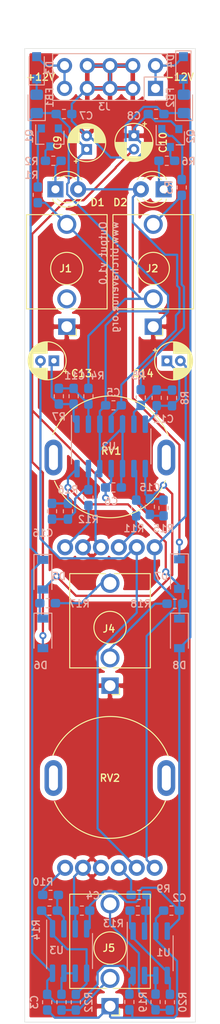
<source format=kicad_pcb>
(kicad_pcb (version 20171130) (host pcbnew 5.1.10-88a1d61d58~90~ubuntu20.04.1)
  (layers (0 F.Cu signal) (31 B.Cu signal) (34 B.Paste user) (35 F.Paste user) (36 B.SilkS user) (37 F.SilkS user) (38 B.Mask user) (39 F.Mask user) (44 Edge.Cuts user))
  (net 0 "")
  (net 1 GND)
  (net 2 +12V)
  (net 3 -12V)
  (net 4 "Net-(C11-Pad2)")
  (net 5 "Net-(C11-Pad1)")
  (net 6 "Net-(C12-Pad2)")
  (net 7 "Net-(C12-Pad1)")
  (net 8 "Net-(C13-Pad2)")
  (net 9 "Net-(C14-Pad2)")
  (net 10 "Net-(C15-Pad2)")
  (net 11 "Net-(C15-Pad1)")
  (net 12 "Net-(C16-Pad2)")
  (net 13 "Net-(C16-Pad1)")
  (net 14 "Net-(D1-Pad1)")
  (net 15 "Net-(D2-Pad1)")
  (net 16 "Net-(D3-Pad2)")
  (net 17 "Net-(D3-Pad1)")
  (net 18 "Net-(D4-Pad2)")
  (net 19 "Net-(D4-Pad1)")
  (net 20 INL)
  (net 21 "Net-(J1-PadTN)")
  (net 22 INR)
  (net 23 "Net-(J4-PadT)")
  (net 24 "Net-(J4-PadR)")
  (net 25 "Net-(J5-PadT)")
  (net 26 "Net-(J5-PadR)")
  (net 27 "Net-(Q1-Pad3)")
  (net 28 "Net-(Q1-Pad1)")
  (net 29 "Net-(Q2-Pad3)")
  (net 30 "Net-(Q2-Pad1)")
  (net 31 "Net-(R9-Pad2)")
  (net 32 "Net-(R13-Pad2)")
  (net 33 "Net-(R10-Pad2)")
  (net 34 "Net-(R10-Pad1)")
  (net 35 "Net-(R11-Pad2)")
  (net 36 "Net-(R12-Pad2)")
  (net 37 "Net-(R13-Pad1)")
  (net 38 "Net-(R14-Pad1)")
  (net 39 "Net-(R19-Pad2)")
  (net 40 "Net-(R21-Pad2)")
  (module kicad_lib:Potentiometer_Song_Huei_R1214G_Dual_Vertical (layer F.Cu) (at 194.5005 93.0275 90)
    (fp_text reference RV1 (at 10.7315 5.1435) (layer F.SilkS) (effects (font (size 0.8 0.8))))
    (fp_text value 100k)
    (pad 2 thru_hole circle (at 0 0 270) (size 1.8 1.8) (drill 1) (layers *.Cu *.Mask) (net 36 "Net-(R12-Pad2)"))
    (pad 1 thru_hole circle (at 0 2 180) (size 1.8 1.8) (drill 1) (layers *.Cu *.Mask) (net 1 GND))
    (pad 4 thru_hole circle (at 0 4 180) (size 1.8 1.8) (drill 1) (layers *.Cu *.Mask) (net 1 GND))
    (pad "" thru_hole oval (at 10 11.3 180) (size 2 4) (drill oval 1 2.8) (layers *.Cu *.Mask))
    (pad "" thru_hole oval (at 10 -1.3 180) (size 2 4) (drill oval 1 2.8) (layers *.Cu *.Mask))
    (pad 5 thru_hole circle (at 0 6 180) (size 1.8 1.8) (drill 1) (layers *.Cu *.Mask) (net 35 "Net-(R11-Pad2)"))
    (pad 6 thru_hole circle (at 0 8 180) (size 1.8 1.8) (drill 1) (layers *.Cu *.Mask) (net 8 "Net-(C13-Pad2)"))
    (pad 3 thru_hole circle (at 0 10 180) (size 1.8 1.8) (drill 1) (layers *.Cu *.Mask) (net 9 "Net-(C14-Pad2)"))
  )
  (module kicad_lib:Potentiometer_Song_Huei_R1214G_Dual_Vertical (layer F.Cu) (at 194.5005 128.7305 90)
    (fp_text reference RV2 (at 10 5) (layer F.SilkS) (effects (font (size 0.8 0.8))))
    (fp_text value 100k)
    (pad 2 thru_hole circle (at 0 0 270) (size 1.8 1.8) (drill 1) (layers *.Cu *.Mask) (net 33 "Net-(R10-Pad2)"))
    (pad 1 thru_hole circle (at 0 2 180) (size 1.8 1.8) (drill 1) (layers *.Cu *.Mask) (net 1 GND))
    (pad 4 thru_hole circle (at 0 4 180) (size 1.8 1.8) (drill 1) (layers *.Cu *.Mask) (net 1 GND))
    (pad "" thru_hole oval (at 10 11.3 180) (size 2 4) (drill oval 1 2.8) (layers *.Cu *.Mask))
    (pad "" thru_hole oval (at 10 -1.3 180) (size 2 4) (drill oval 1 2.8) (layers *.Cu *.Mask))
    (pad 5 thru_hole circle (at 0 6 180) (size 1.8 1.8) (drill 1) (layers *.Cu *.Mask) (net 31 "Net-(R9-Pad2)"))
    (pad 6 thru_hole circle (at 0 8 180) (size 1.8 1.8) (drill 1) (layers *.Cu *.Mask) (net 8 "Net-(C13-Pad2)"))
    (pad 3 thru_hole circle (at 0 10 180) (size 1.8 1.8) (drill 1) (layers *.Cu *.Mask) (net 9 "Net-(C14-Pad2)"))
  )
  (module kicad_lib:Jack_3.5mm_QingPu_WQP-WQP419GR_Vertical_CircularHoles (layer F.Cu) (at 199.517 144.145 180)
    (fp_text reference J5 (at 0.127 6.477 180) (layer F.SilkS) (effects (font (size 0.8 0.8))))
    (fp_text value AudioJack3)
    (pad R thru_hole circle (at 0 3.1) (size 2.13 2.13) (drill 1.42) (layers *.Cu *.Mask) (net 26 "Net-(J5-PadR)"))
    (pad S thru_hole rect (at 0 0) (size 1.93 1.83) (drill 1.22) (layers *.Cu *.Mask) (net 1 GND))
    (pad T thru_hole circle (at 0 11.4) (size 2.13 2.13) (drill 1.43) (layers *.Cu *.Mask) (net 25 "Net-(J5-PadT)"))
  )
  (module kicad_lib:Jack_3.5mm_QingPu_WQP-WQP419GR_Vertical_CircularHoles (layer F.Cu) (at 199.517 108.442 180)
    (fp_text reference J4 (at 0.127 6.334 180) (layer F.SilkS) (effects (font (size 0.8 0.8))))
    (fp_text value AudioJack3)
    (pad R thru_hole circle (at 0 3.1) (size 2.13 2.13) (drill 1.42) (layers *.Cu *.Mask) (net 24 "Net-(J4-PadR)"))
    (pad S thru_hole rect (at 0 0) (size 1.93 1.83) (drill 1.22) (layers *.Cu *.Mask) (net 1 GND))
    (pad T thru_hole circle (at 0 11.4) (size 2.13 2.13) (drill 1.43) (layers *.Cu *.Mask) (net 23 "Net-(J4-PadT)"))
  )
  (module kicad_lib:Jack_3.5mm_QingPu_WQP-PJ398SM_Vertical_CircularHoles (layer F.Cu) (at 204.343 68.453 180)
    (fp_text reference J2 (at 0.127 6.477 180) (layer F.SilkS) (effects (font (size 0.8 0.8))))
    (fp_text value AudioJack2_SwitchT)
    (pad TN thru_hole circle (at 0 3.1) (size 2.13 2.13) (drill 1.42) (layers *.Cu *.Mask) (net 20 INL))
    (pad S thru_hole rect (at 0 0) (size 1.93 1.83) (drill 1.22) (layers *.Cu *.Mask) (net 1 GND))
    (pad T thru_hole circle (at 0 11.4) (size 2.13 2.13) (drill 1.43) (layers *.Cu *.Mask) (net 22 INR))
  )
  (module kicad_lib:Jack_3.5mm_QingPu_WQP-PJ398SM_Vertical_CircularHoles (layer F.Cu) (at 194.691 68.453 180)
    (fp_text reference J1 (at 0.127 6.477 180) (layer F.SilkS) (effects (font (size 0.8 0.8))))
    (fp_text value AudioJack2_SwitchT)
    (pad TN thru_hole circle (at 0 3.1) (size 2.13 2.13) (drill 1.42) (layers *.Cu *.Mask) (net 21 "Net-(J1-PadTN)"))
    (pad S thru_hole rect (at 0 0) (size 1.93 1.83) (drill 1.22) (layers *.Cu *.Mask) (net 1 GND))
    (pad T thru_hole circle (at 0 11.4) (size 2.13 2.13) (drill 1.43) (layers *.Cu *.Mask) (net 20 INL))
  )
  (module Diode_SMD:D_SOD-323_HandSoldering (layer B.Cu) (at 207.7085 39.624 270)
    (fp_text reference D4 (at -0.762 1.4605 90) (layer B.SilkS) (effects (font (size 0.8 0.8)) (justify mirror)))
    (fp_text value SS12)
    (pad 2 smd rect (at 1.25 0 270) (size 1 1) (layers B.Cu B.Paste B.Mask) (net 18 "Net-(D4-Pad2)"))
    (pad 1 smd rect (at -1.25 0 270) (size 1 1) (layers B.Cu B.Paste B.Mask) (net 19 "Net-(D4-Pad1)"))
  )
  (module Diode_SMD:D_SOD-323_HandSoldering (layer B.Cu) (at 191.3255 39.624 90)
    (fp_text reference D3 (at 0 1.4605 90) (layer B.SilkS) (effects (font (size 0.8 0.8)) (justify mirror)))
    (fp_text value SS12)
    (pad 2 smd rect (at 1.25 0 90) (size 1 1) (layers B.Cu B.Paste B.Mask) (net 16 "Net-(D3-Pad2)"))
    (pad 1 smd rect (at -1.25 0 90) (size 1 1) (layers B.Cu B.Paste B.Mask) (net 17 "Net-(D3-Pad1)"))
  )
  (module Diode_SMD:D_0805_2012Metric_Pad1.15x1.40mm_HandSolder (layer B.Cu) (at 207.772 43.6335 90)
    (fp_text reference FB2 (at 0.7075 -1.524 270) (layer B.SilkS) (effects (font (size 0.8 0.8)) (justify mirror)))
    (fp_text value Ferrite_Bead)
    (pad 2 smd roundrect (at 1.025 0 90) (size 1.15 1.4) (layers B.Cu B.Paste B.Mask) (roundrect_rratio 0.2173904347826087) (net 18 "Net-(D4-Pad2)"))
    (pad 1 smd roundrect (at -1.025 0 90) (size 1.15 1.4) (layers B.Cu B.Paste B.Mask) (roundrect_rratio 0.2173904347826087) (net 3 -12V))
  )
  (module Diode_SMD:D_0805_2012Metric_Pad1.15x1.40mm_HandSolder (layer B.Cu) (at 191.3255 43.6335 90)
    (fp_text reference FB1 (at 0.7075 1.4605 90) (layer B.SilkS) (effects (font (size 0.8 0.8)) (justify mirror)))
    (fp_text value Ferrite_Bead)
    (pad 2 smd roundrect (at 1.025 0 90) (size 1.15 1.4) (layers B.Cu B.Paste B.Mask) (roundrect_rratio 0.2173904347826087) (net 17 "Net-(D3-Pad1)"))
    (pad 1 smd roundrect (at -1.025 0 90) (size 1.15 1.4) (layers B.Cu B.Paste B.Mask) (roundrect_rratio 0.2173904347826087) (net 2 +12V))
  )
  (module Package_SO:SOIC-8_3.9x4.9mm_P1.27mm (layer B.Cu) (at 195 138 270)
    (fp_text reference U3 (at -0.078 1.452 180) (layer B.SilkS) (effects (font (size 0.8 0.8)) (justify mirror)))
    (fp_text value NE5532)
    (pad 8 smd roundrect (at 2.475 1.905 270) (size 1.95 0.6) (layers B.Cu B.Paste B.Mask) (net 2 +12V))
    (pad 7 smd roundrect (at 2.475 0.635 270) (size 1.95 0.6) (layers B.Cu B.Paste B.Mask) (net 40 "Net-(R21-Pad2)"))
    (pad 6 smd roundrect (at 2.475 -0.635 270) (size 1.95 0.6) (layers B.Cu B.Paste B.Mask) (net 40 "Net-(R21-Pad2)"))
    (pad 5 smd roundrect (at 2.475 -1.905 270) (size 1.95 0.6) (layers B.Cu B.Paste B.Mask) (net 38 "Net-(R14-Pad1)"))
    (pad 4 smd roundrect (at -2.475 -1.905 270) (size 1.95 0.6) (layers B.Cu B.Paste B.Mask) (net 3 -12V))
    (pad 3 smd roundrect (at -2.475 -0.635 270) (size 1.95 0.6) (layers B.Cu B.Paste B.Mask) (net 1 GND))
    (pad 2 smd roundrect (at -2.475 0.635 270) (size 1.95 0.6) (layers B.Cu B.Paste B.Mask) (net 34 "Net-(R10-Pad1)"))
    (pad 1 smd roundrect (at -2.475 1.905 270) (size 1.95 0.6) (layers B.Cu B.Paste B.Mask) (net 38 "Net-(R14-Pad1)"))
  )
  (module Package_SO:SOIC-14_3.9x8.7mm_P1.27mm (layer B.Cu) (at 199.644 81.788 270)
    (fp_text reference U2 (at 0 0.254) (layer B.SilkS) (effects (font (size 0.8 0.8)) (justify mirror)))
    (fp_text value TL074)
    (pad 14 smd roundrect (at 2.475 3.81 270) (size 1.95 0.6) (layers B.Cu B.Paste B.Mask) (net 13 "Net-(C16-Pad1)"))
    (pad 13 smd roundrect (at 2.475 2.54 270) (size 1.95 0.6) (layers B.Cu B.Paste B.Mask) (net 12 "Net-(C16-Pad2)"))
    (pad 12 smd roundrect (at 2.475 1.27 270) (size 1.95 0.6) (layers B.Cu B.Paste B.Mask) (net 1 GND))
    (pad 11 smd roundrect (at 2.475 0 270) (size 1.95 0.6) (layers B.Cu B.Paste B.Mask) (net 3 -12V))
    (pad 10 smd roundrect (at 2.475 -1.27 270) (size 1.95 0.6) (layers B.Cu B.Paste B.Mask) (net 1 GND))
    (pad 9 smd roundrect (at 2.475 -2.54 270) (size 1.95 0.6) (layers B.Cu B.Paste B.Mask) (net 10 "Net-(C15-Pad2)"))
    (pad 8 smd roundrect (at 2.475 -3.81 270) (size 1.95 0.6) (layers B.Cu B.Paste B.Mask) (net 11 "Net-(C15-Pad1)"))
    (pad 7 smd roundrect (at -2.475 -3.81 270) (size 1.95 0.6) (layers B.Cu B.Paste B.Mask) (net 7 "Net-(C12-Pad1)"))
    (pad 6 smd roundrect (at -2.475 -2.54 270) (size 1.95 0.6) (layers B.Cu B.Paste B.Mask) (net 6 "Net-(C12-Pad2)"))
    (pad 5 smd roundrect (at -2.475 -1.27 270) (size 1.95 0.6) (layers B.Cu B.Paste B.Mask) (net 1 GND))
    (pad 4 smd roundrect (at -2.475 0 270) (size 1.95 0.6) (layers B.Cu B.Paste B.Mask) (net 2 +12V))
    (pad 3 smd roundrect (at -2.475 1.27 270) (size 1.95 0.6) (layers B.Cu B.Paste B.Mask) (net 1 GND))
    (pad 2 smd roundrect (at -2.475 2.54 270) (size 1.95 0.6) (layers B.Cu B.Paste B.Mask) (net 4 "Net-(C11-Pad2)"))
    (pad 1 smd roundrect (at -2.475 3.81 270) (size 1.95 0.6) (layers B.Cu B.Paste B.Mask) (net 5 "Net-(C11-Pad1)"))
  )
  (module Package_SO:SOIC-8_3.9x4.9mm_P1.27mm (layer B.Cu) (at 204 138.25 270)
    (fp_text reference U1 (at -0.074 -1.486 180) (layer B.SilkS) (effects (font (size 0.8 0.8)) (justify mirror)))
    (fp_text value NE5532)
    (pad 8 smd roundrect (at 2.475 1.905 270) (size 1.95 0.6) (layers B.Cu B.Paste B.Mask) (net 2 +12V))
    (pad 7 smd roundrect (at 2.475 0.635 270) (size 1.95 0.6) (layers B.Cu B.Paste B.Mask) (net 39 "Net-(R19-Pad2)"))
    (pad 6 smd roundrect (at 2.475 -0.635 270) (size 1.95 0.6) (layers B.Cu B.Paste B.Mask) (net 39 "Net-(R19-Pad2)"))
    (pad 5 smd roundrect (at 2.475 -1.905 270) (size 1.95 0.6) (layers B.Cu B.Paste B.Mask) (net 37 "Net-(R13-Pad1)"))
    (pad 4 smd roundrect (at -2.475 -1.905 270) (size 1.95 0.6) (layers B.Cu B.Paste B.Mask) (net 3 -12V))
    (pad 3 smd roundrect (at -2.475 -0.635 270) (size 1.95 0.6) (layers B.Cu B.Paste B.Mask) (net 1 GND))
    (pad 2 smd roundrect (at -2.475 0.635 270) (size 1.95 0.6) (layers B.Cu B.Paste B.Mask) (net 32 "Net-(R13-Pad2)"))
    (pad 1 smd roundrect (at -2.475 1.905 270) (size 1.95 0.6) (layers B.Cu B.Paste B.Mask) (net 37 "Net-(R13-Pad1)"))
  )
  (module Resistor_SMD:R_0603_1608Metric_Pad1.05x0.95mm_HandSolder (layer B.Cu) (at 195.7 143.7 90)
    (fp_text reference R22 (at 0 1.43 90) (layer B.SilkS) (effects (font (size 0.8 0.8)) (justify mirror)))
    (fp_text value 75)
    (pad 2 smd roundrect (at 0.875 0 90) (size 1.05 0.95) (layers B.Cu B.Paste B.Mask) (net 38 "Net-(R14-Pad1)"))
    (pad 1 smd roundrect (at -0.875 0 90) (size 1.05 0.95) (layers B.Cu B.Paste B.Mask) (net 26 "Net-(J5-PadR)"))
  )
  (module Resistor_SMD:R_0603_1608Metric_Pad1.05x0.95mm_HandSolder (layer B.Cu) (at 194.1 143.7 90)
    (fp_text reference R21 hide)
    (fp_text value 75)
    (pad 2 smd roundrect (at 0.875 0 90) (size 1.05 0.95) (layers B.Cu B.Paste B.Mask) (net 40 "Net-(R21-Pad2)"))
    (pad 1 smd roundrect (at -0.875 0 90) (size 1.05 0.95) (layers B.Cu B.Paste B.Mask) (net 26 "Net-(J5-PadR)"))
  )
  (module Resistor_SMD:R_0603_1608Metric_Pad1.05x0.95mm_HandSolder (layer B.Cu) (at 206.2 143.7 90)
    (fp_text reference R20 (at 0 1.43 90) (layer B.SilkS) (effects (font (size 0.8 0.8)) (justify mirror)))
    (fp_text value 75)
    (pad 2 smd roundrect (at 0.875 0 90) (size 1.05 0.95) (layers B.Cu B.Paste B.Mask) (net 37 "Net-(R13-Pad1)"))
    (pad 1 smd roundrect (at -0.875 0 90) (size 1.05 0.95) (layers B.Cu B.Paste B.Mask) (net 25 "Net-(J5-PadT)"))
  )
  (module Resistor_SMD:R_0603_1608Metric_Pad1.05x0.95mm_HandSolder (layer B.Cu) (at 204.6 143.675 90)
    (fp_text reference R19 (at 0 -1.4 90) (layer B.SilkS) (effects (font (size 0.8 0.8)) (justify mirror)))
    (fp_text value 75)
    (pad 2 smd roundrect (at 0.875 0 90) (size 1.05 0.95) (layers B.Cu B.Paste B.Mask) (net 39 "Net-(R19-Pad2)"))
    (pad 1 smd roundrect (at -0.875 0 90) (size 1.05 0.95) (layers B.Cu B.Paste B.Mask) (net 25 "Net-(J5-PadT)"))
  )
  (module Resistor_SMD:R_0603_1608Metric_Pad1.05x0.95mm_HandSolder (layer B.Cu) (at 206.756 99.314)
    (fp_text reference R18 (at -3.81 0) (layer B.SilkS) (effects (font (size 0.8 0.8)) (justify mirror)))
    (fp_text value 1k)
    (pad 2 smd roundrect (at 0.875 0) (size 1.05 0.95) (layers B.Cu B.Paste B.Mask) (net 13 "Net-(C16-Pad1)"))
    (pad 1 smd roundrect (at -0.875 0) (size 1.05 0.95) (layers B.Cu B.Paste B.Mask) (net 24 "Net-(J4-PadR)"))
  )
  (module Resistor_SMD:R_0603_1608Metric_Pad1.05x0.95mm_HandSolder (layer B.Cu) (at 192.546 99.2505 180)
    (fp_text reference R17 (at -3.542 -0.0635) (layer B.SilkS) (effects (font (size 0.8 0.8)) (justify mirror)))
    (fp_text value 1k)
    (pad 2 smd roundrect (at 0.875 0 180) (size 1.05 0.95) (layers B.Cu B.Paste B.Mask) (net 11 "Net-(C15-Pad1)"))
    (pad 1 smd roundrect (at -0.875 0 180) (size 1.05 0.95) (layers B.Cu B.Paste B.Mask) (net 23 "Net-(J4-PadT)"))
  )
  (module Resistor_SMD:R_0603_1608Metric_Pad1.05x0.95mm_HandSolder (layer B.Cu) (at 194.818 89.013 270)
    (fp_text reference R16 (at -2.399 0 180) (layer B.SilkS) (effects (font (size 0.8 0.8)) (justify mirror)))
    (fp_text value 10k)
    (pad 2 smd roundrect (at 0.875 0 270) (size 1.05 0.95) (layers B.Cu B.Paste B.Mask) (net 12 "Net-(C16-Pad2)"))
    (pad 1 smd roundrect (at -0.875 0 270) (size 1.05 0.95) (layers B.Cu B.Paste B.Mask) (net 13 "Net-(C16-Pad1)"))
  )
  (module Resistor_SMD:R_0603_1608Metric_Pad1.05x0.95mm_HandSolder (layer B.Cu) (at 205.486 88.646 270)
    (fp_text reference R15 (at 2.286 0 180) (layer B.SilkS) (effects (font (size 0.8 0.8)) (justify mirror)))
    (fp_text value 10k)
    (pad 2 smd roundrect (at 0.875 0 270) (size 1.05 0.95) (layers B.Cu B.Paste B.Mask) (net 10 "Net-(C15-Pad2)"))
    (pad 1 smd roundrect (at -0.875 0 270) (size 1.05 0.95) (layers B.Cu B.Paste B.Mask) (net 11 "Net-(C15-Pad1)"))
  )
  (module Resistor_SMD:R_0603_1608Metric_Pad1.05x0.95mm_HandSolder (layer B.Cu) (at 192.75 133.5)
    (fp_text reference R14 (at -1.488 2.136 90) (layer B.SilkS) (effects (font (size 0.8 0.8)) (justify mirror)))
    (fp_text value 10k)
    (pad 2 smd roundrect (at 0.875 0) (size 1.05 0.95) (layers B.Cu B.Paste B.Mask) (net 34 "Net-(R10-Pad1)"))
    (pad 1 smd roundrect (at -0.875 0) (size 1.05 0.95) (layers B.Cu B.Paste B.Mask) (net 38 "Net-(R14-Pad1)"))
  )
  (module Resistor_SMD:R_0603_1608Metric_Pad1.05x0.95mm_HandSolder (layer B.Cu) (at 202.625 133.5)
    (fp_text reference R13 (at -2.727 1.43) (layer B.SilkS) (effects (font (size 0.8 0.8)) (justify mirror)))
    (fp_text value 10k)
    (pad 2 smd roundrect (at 0.875 0) (size 1.05 0.95) (layers B.Cu B.Paste B.Mask) (net 32 "Net-(R13-Pad2)"))
    (pad 1 smd roundrect (at -0.875 0) (size 1.05 0.95) (layers B.Cu B.Paste B.Mask) (net 37 "Net-(R13-Pad1)"))
  )
  (module Resistor_SMD:R_0603_1608Metric_Pad1.05x0.95mm_HandSolder (layer B.Cu) (at 197.104 87.489 270)
    (fp_text reference R12 (at 2.427 0 180) (layer B.SilkS) (effects (font (size 0.8 0.8)) (justify mirror)))
    (fp_text value 10k)
    (pad 2 smd roundrect (at 0.875 0 270) (size 1.05 0.95) (layers B.Cu B.Paste B.Mask) (net 36 "Net-(R12-Pad2)"))
    (pad 1 smd roundrect (at -0.875 0 270) (size 1.05 0.95) (layers B.Cu B.Paste B.Mask) (net 12 "Net-(C16-Pad2)"))
  )
  (module Resistor_SMD:R_0603_1608Metric_Pad1.05x0.95mm_HandSolder (layer B.Cu) (at 202.438 88.646 270)
    (fp_text reference R11 (at 2.286 0.254 180) (layer B.SilkS) (effects (font (size 0.8 0.8)) (justify mirror)))
    (fp_text value 10k)
    (pad 2 smd roundrect (at 0.875 0 270) (size 1.05 0.95) (layers B.Cu B.Paste B.Mask) (net 35 "Net-(R11-Pad2)"))
    (pad 1 smd roundrect (at -0.875 0 270) (size 1.05 0.95) (layers B.Cu B.Paste B.Mask) (net 10 "Net-(C15-Pad2)"))
  )
  (module Resistor_SMD:R_0603_1608Metric_Pad1.05x0.95mm_HandSolder (layer B.Cu) (at 192.875 131.75 180)
    (fp_text reference R10 (at 0.851 1.448) (layer B.SilkS) (effects (font (size 0.8 0.8)) (justify mirror)))
    (fp_text value 10k)
    (pad 2 smd roundrect (at 0.875 0 180) (size 1.05 0.95) (layers B.Cu B.Paste B.Mask) (net 33 "Net-(R10-Pad2)"))
    (pad 1 smd roundrect (at -0.875 0 180) (size 1.05 0.95) (layers B.Cu B.Paste B.Mask) (net 34 "Net-(R10-Pad1)"))
  )
  (module Resistor_SMD:R_0603_1608Metric_Pad1.05x0.95mm_HandSolder (layer B.Cu) (at 202.75 131.75 180)
    (fp_text reference R9 (at -2.736 0.686) (layer B.SilkS) (effects (font (size 0.8 0.8)) (justify mirror)))
    (fp_text value 10k)
    (pad 2 smd roundrect (at 0.875 0 180) (size 1.05 0.95) (layers B.Cu B.Paste B.Mask) (net 31 "Net-(R9-Pad2)"))
    (pad 1 smd roundrect (at -0.875 0 180) (size 1.05 0.95) (layers B.Cu B.Paste B.Mask) (net 32 "Net-(R13-Pad2)"))
  )
  (module Resistor_SMD:R_0603_1608Metric_Pad1.05x0.95mm_HandSolder (layer B.Cu) (at 206.4385 76.3905 90)
    (fp_text reference R8 (at 0 1.43 90) (layer B.SilkS) (effects (font (size 0.8 0.8)) (justify mirror)))
    (fp_text value 39k)
    (pad 2 smd roundrect (at 0.875 0 90) (size 1.05 0.95) (layers B.Cu B.Paste B.Mask) (net 6 "Net-(C12-Pad2)"))
    (pad 1 smd roundrect (at -0.875 0 90) (size 1.05 0.95) (layers B.Cu B.Paste B.Mask) (net 7 "Net-(C12-Pad1)"))
  )
  (module Resistor_SMD:R_0603_1608Metric_Pad1.05x0.95mm_HandSolder (layer B.Cu) (at 193.802 76.2 90)
    (fp_text reference R7 (at -2.286 0 180) (layer B.SilkS) (effects (font (size 0.8 0.8)) (justify mirror)))
    (fp_text value 39k)
    (pad 2 smd roundrect (at 0.875 0 90) (size 1.05 0.95) (layers B.Cu B.Paste B.Mask) (net 4 "Net-(C11-Pad2)"))
    (pad 1 smd roundrect (at -0.875 0 90) (size 1.05 0.95) (layers B.Cu B.Paste B.Mask) (net 5 "Net-(C11-Pad1)"))
  )
  (module Resistor_SMD:R_0603_1608Metric_Pad1.05x0.95mm_HandSolder (layer B.Cu) (at 205.853 49.9745)
    (fp_text reference R6 (at 2.427 0.0635) (layer B.SilkS) (effects (font (size 0.8 0.8)) (justify mirror)))
    (fp_text value 1k)
    (pad 2 smd roundrect (at 0.875 0) (size 1.05 0.95) (layers B.Cu B.Paste B.Mask) (net 29 "Net-(Q2-Pad3)"))
    (pad 1 smd roundrect (at -0.875 0) (size 1.05 0.95) (layers B.Cu B.Paste B.Mask) (net 15 "Net-(D2-Pad1)"))
  )
  (module Resistor_SMD:R_0603_1608Metric_Pad1.05x0.95mm_HandSolder (layer B.Cu) (at 202.946 76.341 90)
    (fp_text reference R5 (at 2.427 -0.254 180) (layer B.SilkS) (effects (font (size 0.8 0.8)) (justify mirror)))
    (fp_text value 100k)
    (pad 2 smd roundrect (at 0.875 0 90) (size 1.05 0.95) (layers B.Cu B.Paste B.Mask) (net 22 INR))
    (pad 1 smd roundrect (at -0.875 0 90) (size 1.05 0.95) (layers B.Cu B.Paste B.Mask) (net 6 "Net-(C12-Pad2)"))
  )
  (module Resistor_SMD:R_0603_1608Metric_Pad1.05x0.95mm_HandSolder (layer B.Cu) (at 197.104 76.2 90)
    (fp_text reference R4 (at 2.286 1.016 180) (layer B.SilkS) (effects (font (size 0.8 0.8)) (justify mirror)))
    (fp_text value 100k)
    (pad 2 smd roundrect (at 0.875 0 90) (size 1.05 0.95) (layers B.Cu B.Paste B.Mask) (net 20 INL))
    (pad 1 smd roundrect (at -0.875 0 90) (size 1.05 0.95) (layers B.Cu B.Paste B.Mask) (net 4 "Net-(C11-Pad2)"))
  )
  (module Resistor_SMD:R_0603_1608Metric_Pad1.05x0.95mm_HandSolder (layer B.Cu) (at 207.518 52.945 270)
    (fp_text reference R3 (at 0 1.43 90) (layer B.SilkS) (effects (font (size 0.8 0.8)) (justify mirror)))
    (fp_text value 100k)
    (pad 2 smd roundrect (at 0.875 0 270) (size 1.05 0.95) (layers B.Cu B.Paste B.Mask) (net 22 INR))
    (pad 1 smd roundrect (at -0.875 0 270) (size 1.05 0.95) (layers B.Cu B.Paste B.Mask) (net 30 "Net-(Q2-Pad1)"))
  )
  (module Resistor_SMD:R_0603_1608Metric_Pad1.05x0.95mm_HandSolder (layer B.Cu) (at 193.181 49.9745 180)
    (fp_text reference R2 (at 2.427 -0.0635) (layer B.SilkS) (effects (font (size 0.8 0.8)) (justify mirror)))
    (fp_text value 1k)
    (pad 2 smd roundrect (at 0.875 0 180) (size 1.05 0.95) (layers B.Cu B.Paste B.Mask) (net 27 "Net-(Q1-Pad3)"))
    (pad 1 smd roundrect (at -0.875 0 180) (size 1.05 0.95) (layers B.Cu B.Paste B.Mask) (net 14 "Net-(D1-Pad1)"))
  )
  (module Resistor_SMD:R_0603_1608Metric_Pad1.05x0.95mm_HandSolder (layer B.Cu) (at 191.4525 53.7705 270)
    (fp_text reference R1 (at -2.2085 0.6985 180) (layer B.SilkS) (effects (font (size 0.8 0.8)) (justify mirror)))
    (fp_text value 100k)
    (pad 2 smd roundrect (at 0.875 0 270) (size 1.05 0.95) (layers B.Cu B.Paste B.Mask) (net 20 INL))
    (pad 1 smd roundrect (at -0.875 0 270) (size 1.05 0.95) (layers B.Cu B.Paste B.Mask) (net 28 "Net-(Q1-Pad1)"))
  )
  (module Package_TO_SOT_SMD:SOT-23 (layer B.Cu) (at 206.248 47.4345 270)
    (fp_text reference Q2 (at -0.1905 -2.286 90) (layer B.SilkS) (effects (font (size 0.8 0.8)) (justify mirror)))
    (fp_text value MMBT3904)
    (pad 3 smd rect (at 1 0 270) (size 0.9 0.8) (layers B.Cu B.Paste B.Mask) (net 29 "Net-(Q2-Pad3)"))
    (pad 2 smd rect (at -1 -0.95 270) (size 0.9 0.8) (layers B.Cu B.Paste B.Mask) (net 1 GND))
    (pad 1 smd rect (at -1 0.95 270) (size 0.9 0.8) (layers B.Cu B.Paste B.Mask) (net 30 "Net-(Q2-Pad1)"))
  )
  (module Package_TO_SOT_SMD:SOT-23 (layer B.Cu) (at 192.8 47.371 270)
    (fp_text reference Q1 (at -0.127 2.3 90) (layer B.SilkS) (effects (font (size 0.8 0.8)) (justify mirror)))
    (fp_text value MMBT3904)
    (pad 3 smd rect (at 1 0 270) (size 0.9 0.8) (layers B.Cu B.Paste B.Mask) (net 27 "Net-(Q1-Pad3)"))
    (pad 2 smd rect (at -1 -0.95 270) (size 0.9 0.8) (layers B.Cu B.Paste B.Mask) (net 1 GND))
    (pad 1 smd rect (at -1 0.95 270) (size 0.9 0.8) (layers B.Cu B.Paste B.Mask) (net 28 "Net-(Q1-Pad1)"))
  )
  (module Connector_PinHeader_2.54mm:PinHeader_2x05_P2.54mm_Vertical (layer B.Cu) (at 204.597 41.91 90)
    (fp_text reference J3 (at -2.032 -5.715) (layer B.SilkS) (effects (font (size 0.8 0.8)) (justify mirror)))
    (fp_text value Conn_02x05_Odd_Even)
    (pad 10 thru_hole oval (at 2.54 -10.16 90) (size 1.7 1.7) (drill 1) (layers *.Cu *.Mask) (net 16 "Net-(D3-Pad2)"))
    (pad 9 thru_hole oval (at 0 -10.16 90) (size 1.7 1.7) (drill 1) (layers *.Cu *.Mask) (net 16 "Net-(D3-Pad2)"))
    (pad 8 thru_hole oval (at 2.54 -7.62 90) (size 1.7 1.7) (drill 1) (layers *.Cu *.Mask) (net 1 GND))
    (pad 7 thru_hole oval (at 0 -7.62 90) (size 1.7 1.7) (drill 1) (layers *.Cu *.Mask) (net 1 GND))
    (pad 6 thru_hole oval (at 2.54 -5.08 90) (size 1.7 1.7) (drill 1) (layers *.Cu *.Mask) (net 1 GND))
    (pad 5 thru_hole oval (at 0 -5.08 90) (size 1.7 1.7) (drill 1) (layers *.Cu *.Mask) (net 1 GND))
    (pad 4 thru_hole oval (at 2.54 -2.54 90) (size 1.7 1.7) (drill 1) (layers *.Cu *.Mask) (net 1 GND))
    (pad 3 thru_hole oval (at 0 -2.54 90) (size 1.7 1.7) (drill 1) (layers *.Cu *.Mask) (net 1 GND))
    (pad 2 thru_hole oval (at 2.54 0 90) (size 1.7 1.7) (drill 1) (layers *.Cu *.Mask) (net 19 "Net-(D4-Pad1)"))
    (pad 1 thru_hole rect (at 0 0 90) (size 1.7 1.7) (drill 1) (layers *.Cu *.Mask) (net 19 "Net-(D4-Pad1)"))
  )
  (module Diode_SMD:D_SOD-123 (layer B.Cu) (at 207.264 102.615 270)
    (fp_text reference D8 (at 3.557 0) (layer B.SilkS) (effects (font (size 0.8 0.8)) (justify mirror)))
    (fp_text value 1N4148)
    (pad 2 smd rect (at 1.65 0 270) (size 0.9 1.2) (layers B.Cu B.Paste B.Mask) (net 3 -12V))
    (pad 1 smd rect (at -1.65 0 270) (size 0.9 1.2) (layers B.Cu B.Paste B.Mask) (net 13 "Net-(C16-Pad1)"))
  )
  (module Diode_SMD:D_SOD-123 (layer B.Cu) (at 207.264 96.012 270)
    (fp_text reference D7 (at 0.254 2.032 180) (layer B.SilkS) (effects (font (size 0.8 0.8)) (justify mirror)))
    (fp_text value 1N4148)
    (pad 2 smd rect (at 1.65 0 270) (size 0.9 1.2) (layers B.Cu B.Paste B.Mask) (net 13 "Net-(C16-Pad1)"))
    (pad 1 smd rect (at -1.65 0 270) (size 0.9 1.2) (layers B.Cu B.Paste B.Mask) (net 2 +12V))
  )
  (module Diode_SMD:D_SOD-123 (layer B.Cu) (at 192.024 102.615 270)
    (fp_text reference D6 (at 3.557 0.254 180) (layer B.SilkS) (effects (font (size 0.8 0.8)) (justify mirror)))
    (fp_text value 1N4148)
    (pad 2 smd rect (at 1.65 0 270) (size 0.9 1.2) (layers B.Cu B.Paste B.Mask) (net 3 -12V))
    (pad 1 smd rect (at -1.65 0 270) (size 0.9 1.2) (layers B.Cu B.Paste B.Mask) (net 11 "Net-(C15-Pad1)"))
  )
  (module Diode_SMD:D_SOD-123 (layer B.Cu) (at 192.024 96.0755 270)
    (fp_text reference D5 (at 0.1905 -1.778 180) (layer B.SilkS) (effects (font (size 0.8 0.8)) (justify mirror)))
    (fp_text value 1N4148)
    (pad 2 smd rect (at 1.65 0 270) (size 0.9 1.2) (layers B.Cu B.Paste B.Mask) (net 11 "Net-(C15-Pad1)"))
    (pad 1 smd rect (at -1.65 0 270) (size 0.9 1.2) (layers B.Cu B.Paste B.Mask) (net 2 +12V))
  )
  (module LED_THT:LED_D3.0mm (layer F.Cu) (at 205.5 53.1495 180)
    (fp_text reference D2 (at 4.84 -1.4605) (layer F.SilkS) (effects (font (size 0.8 0.8))))
    (fp_text value LED)
    (pad 2 thru_hole circle (at 2.54 0 180) (size 1.8 1.8) (drill 0.9) (layers *.Cu *.Mask) (net 2 +12V))
    (pad 1 thru_hole rect (at 0 0 180) (size 1.8 1.8) (drill 0.9) (layers *.Cu *.Mask) (net 15 "Net-(D2-Pad1)"))
  )
  (module LED_THT:LED_D3.0mm (layer F.Cu) (at 193.421 53.1495)
    (fp_text reference D1 (at 4.699 1.4605) (layer F.SilkS) (effects (font (size 0.8 0.8))))
    (fp_text value LED)
    (pad 2 thru_hole circle (at 2.54 0) (size 1.8 1.8) (drill 0.9) (layers *.Cu *.Mask) (net 2 +12V))
    (pad 1 thru_hole rect (at 0 0) (size 1.8 1.8) (drill 0.9) (layers *.Cu *.Mask) (net 14 "Net-(D1-Pad1)"))
  )
  (module Capacitor_SMD:C_0603_1608Metric_Pad1.05x0.95mm_HandSolder (layer B.Cu) (at 193.04 89.013 270)
    (fp_text reference C16 (at 2.427 1.016 180) (layer B.SilkS) (effects (font (size 0.8 0.8)) (justify mirror)))
    (fp_text value 10pF)
    (pad 2 smd roundrect (at 0.875 0 270) (size 1.05 0.95) (layers B.Cu B.Paste B.Mask) (net 12 "Net-(C16-Pad2)"))
    (pad 1 smd roundrect (at -0.875 0 270) (size 1.05 0.95) (layers B.Cu B.Paste B.Mask) (net 13 "Net-(C16-Pad1)"))
  )
  (module Capacitor_SMD:C_0603_1608Metric_Pad1.05x0.95mm_HandSolder (layer B.Cu) (at 203.962 88.505 270)
    (fp_text reference C15 (at -2.145 0 180) (layer B.SilkS) (effects (font (size 0.8 0.8)) (justify mirror)))
    (fp_text value 10pF)
    (pad 2 smd roundrect (at 0.875 0 270) (size 1.05 0.95) (layers B.Cu B.Paste B.Mask) (net 10 "Net-(C15-Pad2)"))
    (pad 1 smd roundrect (at -0.875 0 270) (size 1.05 0.95) (layers B.Cu B.Paste B.Mask) (net 11 "Net-(C15-Pad1)"))
  )
  (module Capacitor_THT:CP_Radial_D4.0mm_P1.50mm (layer F.Cu) (at 205.867 72.263)
    (fp_text reference C14 (at -2.667 1.397) (layer F.SilkS) (effects (font (size 0.8 0.8))))
    (fp_text value 10uF)
    (pad 2 thru_hole circle (at 1.5 0) (size 1.2 1.2) (drill 0.6) (layers *.Cu *.Mask) (net 9 "Net-(C14-Pad2)"))
    (pad 1 thru_hole rect (at 0 0) (size 1.2 1.2) (drill 0.6) (layers *.Cu *.Mask) (net 7 "Net-(C12-Pad1)"))
  )
  (module Capacitor_THT:CP_Radial_D4.0mm_P1.50mm (layer F.Cu) (at 193.25 72.25 180)
    (fp_text reference C13 (at -3.092 -1.41) (layer F.SilkS) (effects (font (size 0.8 0.8))))
    (fp_text value 10uF)
    (pad 2 thru_hole circle (at 1.5 0 180) (size 1.2 1.2) (drill 0.6) (layers *.Cu *.Mask) (net 8 "Net-(C13-Pad2)"))
    (pad 1 thru_hole rect (at 0 0 180) (size 1.2 1.2) (drill 0.6) (layers *.Cu *.Mask) (net 5 "Net-(C11-Pad1)"))
  )
  (module Capacitor_SMD:C_0603_1608Metric_Pad1.05x0.95mm_HandSolder (layer B.Cu) (at 204.724 76.3765 90)
    (fp_text reference C12 (at -2.3635 0.762 180) (layer B.SilkS) (effects (font (size 0.8 0.8)) (justify mirror)))
    (fp_text value 10pF)
    (pad 2 smd roundrect (at 0.875 0 90) (size 1.05 0.95) (layers B.Cu B.Paste B.Mask) (net 6 "Net-(C12-Pad2)"))
    (pad 1 smd roundrect (at -0.875 0 90) (size 1.05 0.95) (layers B.Cu B.Paste B.Mask) (net 7 "Net-(C12-Pad1)"))
  )
  (module Capacitor_SMD:C_0603_1608Metric_Pad1.05x0.95mm_HandSolder (layer B.Cu) (at 195.453 76.2 90)
    (fp_text reference C11 (at 2.286 0.127 180) (layer B.SilkS) (effects (font (size 0.8 0.8)) (justify mirror)))
    (fp_text value 10pF)
    (pad 2 smd roundrect (at 0.875 0 90) (size 1.05 0.95) (layers B.Cu B.Paste B.Mask) (net 4 "Net-(C11-Pad2)"))
    (pad 1 smd roundrect (at -0.875 0 90) (size 1.05 0.95) (layers B.Cu B.Paste B.Mask) (net 5 "Net-(C11-Pad1)"))
  )
  (module Capacitor_THT:CP_Radial_D4.0mm_P1.50mm (layer F.Cu) (at 202.184 47.1805 270)
    (fp_text reference C10 (at 0.75 -3.25 90) (layer F.SilkS) (effects (font (size 0.8 0.8))))
    (fp_text value 10uF)
    (pad 2 thru_hole circle (at 1.5 0 270) (size 1.2 1.2) (drill 0.6) (layers *.Cu *.Mask) (net 3 -12V))
    (pad 1 thru_hole rect (at 0 0 270) (size 1.2 1.2) (drill 0.6) (layers *.Cu *.Mask) (net 1 GND))
  )
  (module Capacitor_THT:CP_Radial_D4.0mm_P1.50mm (layer F.Cu) (at 196.9135 48.7045 90)
    (fp_text reference C9 (at 0.75 -3.25 90) (layer F.SilkS) (effects (font (size 0.8 0.8))))
    (fp_text value 10uF)
    (pad 2 thru_hole circle (at 1.5 0 90) (size 1.2 1.2) (drill 0.6) (layers *.Cu *.Mask) (net 1 GND))
    (pad 1 thru_hole rect (at 0 0 90) (size 1.2 1.2) (drill 0.6) (layers *.Cu *.Mask) (net 2 +12V))
  )
  (module Capacitor_SMD:C_0603_1608Metric_Pad1.05x0.95mm_HandSolder (layer B.Cu) (at 204.6605 44.7675)
    (fp_text reference C8 (at -2.4765 0.1905) (layer B.SilkS) (effects (font (size 0.8 0.8)) (justify mirror)))
    (fp_text value 100nF)
    (pad 1 smd roundrect (at -0.875 0) (size 1.05 0.95) (layers B.Cu B.Paste B.Mask) (net 1 GND))
    (pad 2 smd roundrect (at 0.875 0) (size 1.05 0.95) (layers B.Cu B.Paste B.Mask) (net 3 -12V))
  )
  (module Capacitor_SMD:C_0603_1608Metric_Pad1.05x0.95mm_HandSolder (layer B.Cu) (at 194.3735 44.7675)
    (fp_text reference C7 (at 2.4765 0.1905) (layer B.SilkS) (effects (font (size 0.8 0.8)) (justify mirror)))
    (fp_text value 100nF)
    (pad 2 smd roundrect (at 0.875 0) (size 1.05 0.95) (layers B.Cu B.Paste B.Mask) (net 1 GND))
    (pad 1 smd roundrect (at -0.875 0) (size 1.05 0.95) (layers B.Cu B.Paste B.Mask) (net 2 +12V))
  )
  (module Capacitor_SMD:C_0603_1608Metric_Pad1.05x0.95mm_HandSolder (layer B.Cu) (at 199.898 86.36 180)
    (fp_text reference C6 (at 0.254 -1.524) (layer B.SilkS) (effects (font (size 0.8 0.8)) (justify mirror)))
    (fp_text value 100nF)
    (pad 2 smd roundrect (at 0.875 0 180) (size 1.05 0.95) (layers B.Cu B.Paste B.Mask) (net 3 -12V))
    (pad 1 smd roundrect (at -0.875 0 180) (size 1.05 0.95) (layers B.Cu B.Paste B.Mask) (net 1 GND))
  )
  (module Capacitor_SMD:C_0603_1608Metric_Pad1.05x0.95mm_HandSolder (layer B.Cu) (at 199.898 77.216 180)
    (fp_text reference C5 (at 0 1.43) (layer B.SilkS) (effects (font (size 0.8 0.8)) (justify mirror)))
    (fp_text value 100nF)
    (pad 2 smd roundrect (at 0.875 0 180) (size 1.05 0.95) (layers B.Cu B.Paste B.Mask) (net 1 GND))
    (pad 1 smd roundrect (at -0.875 0 180) (size 1.05 0.95) (layers B.Cu B.Paste B.Mask) (net 2 +12V))
  )
  (module Capacitor_SMD:C_0603_1608Metric_Pad1.05x0.95mm_HandSolder (layer B.Cu) (at 196.375 133.5)
    (fp_text reference C4 (at 1.237 -1.674) (layer B.SilkS) (effects (font (size 0.8 0.8)) (justify mirror)))
    (fp_text value 100nF)
    (pad 2 smd roundrect (at 0.875 0) (size 1.05 0.95) (layers B.Cu B.Paste B.Mask) (net 3 -12V))
    (pad 1 smd roundrect (at -0.875 0) (size 1.05 0.95) (layers B.Cu B.Paste B.Mask) (net 1 GND))
  )
  (module Capacitor_SMD:C_0603_1608Metric_Pad1.05x0.95mm_HandSolder (layer B.Cu) (at 192.5 143.7 270)
    (fp_text reference C3 (at 0 1.43 90) (layer B.SilkS) (effects (font (size 0.8 0.8)) (justify mirror)))
    (fp_text value 100nF)
    (pad 2 smd roundrect (at 0.875 0 270) (size 1.05 0.95) (layers B.Cu B.Paste B.Mask) (net 1 GND))
    (pad 1 smd roundrect (at -0.875 0 270) (size 1.05 0.95) (layers B.Cu B.Paste B.Mask) (net 2 +12V))
  )
  (module Capacitor_SMD:C_0603_1608Metric_Pad1.05x0.95mm_HandSolder (layer B.Cu) (at 206.375 133.5)
    (fp_text reference C2 (at 0.889 -1.42) (layer B.SilkS) (effects (font (size 0.8 0.8)) (justify mirror)))
    (fp_text value 100nF)
    (pad 2 smd roundrect (at 0.875 0) (size 1.05 0.95) (layers B.Cu B.Paste B.Mask) (net 3 -12V))
    (pad 1 smd roundrect (at -0.875 0) (size 1.05 0.95) (layers B.Cu B.Paste B.Mask) (net 1 GND))
  )
  (module Capacitor_SMD:C_0603_1608Metric_Pad1.05x0.95mm_HandSolder (layer B.Cu) (at 201.676 143.675 270)
    (fp_text reference C1 hide)
    (fp_text value 100nF)
    (pad 2 smd roundrect (at 0.875 0 270) (size 1.05 0.95) (layers B.Cu B.Paste B.Mask) (net 1 GND))
    (pad 1 smd roundrect (at -0.875 0 270) (size 1.05 0.95) (layers B.Cu B.Paste B.Mask) (net 2 +12V))
  )
  (gr_text "Output v1.0\nwww.birchavenue.org" (at 199.39 56.642 90) (layer B.SilkS) (effects (font (size 0.8 0.8)) (justify left mirror)))
  (gr_text -12V (at 207.264 40.64) (layer F.SilkS) (effects (font (size 0.8 0.8))))
  (gr_text +12V (at 191.77 40.64) (layer F.SilkS) (effects (font (size 0.8 0.8))))
  (gr_line (start 189.992 145.923) (end 189.992 37.465) (layer Edge.Cuts) (width 0.05))
  (gr_line (start 209.042 145.923) (end 189.992 145.923) (layer Edge.Cuts) (width 0.05))
  (gr_line (start 209.042 37.465) (end 209.042 145.923) (layer Edge.Cuts) (width 0.05))
  (gr_line (start 189.992 37.465) (end 209.042 37.465) (layer Edge.Cuts) (width 0.05))
  (segment (start 195.2485 45.5395) (end 195.2485 44.7675) (width 0.25) (layer B.Cu) (net 1))
  (segment (start 196.9135 47.2045) (end 195.2485 45.5395) (width 0.25) (layer B.Cu) (net 1))
  (segment (start 195.2485 43.6385) (end 196.977 41.91) (width 0.25) (layer B.Cu) (net 1))
  (segment (start 195.2485 44.7675) (end 195.2485 43.6385) (width 0.25) (layer B.Cu) (net 1))
  (segment (start 196.977 39.37) (end 199.517 39.37) (width 0.25) (layer B.Cu) (net 1))
  (segment (start 199.517 39.37) (end 202.057 39.37) (width 0.25) (layer B.Cu) (net 1))
  (segment (start 202.057 41.91) (end 199.517 41.91) (width 0.25) (layer B.Cu) (net 1))
  (segment (start 199.517 41.91) (end 196.977 41.91) (width 0.25) (layer B.Cu) (net 1))
  (segment (start 199.517 41.91) (end 199.517 39.37) (width 0.25) (layer B.Cu) (net 1))
  (segment (start 198.374 77.865) (end 198.374 79.313) (width 0.25) (layer B.Cu) (net 1))
  (segment (start 199.023 77.216) (end 198.374 77.865) (width 0.25) (layer B.Cu) (net 1))
  (segment (start 199.517 144.145) (end 199.517 144.0675) (width 0.25) (layer B.Cu) (net 1))
  (segment (start 198.23699 145.42501) (end 199.517 144.145) (width 0.25) (layer B.Cu) (net 1))
  (segment (start 193.35001 145.42501) (end 198.23699 145.42501) (width 0.25) (layer B.Cu) (net 1))
  (segment (start 192.5 144.575) (end 193.35001 145.42501) (width 0.25) (layer B.Cu) (net 1))
  (segment (start 200.122 144.75) (end 199.517 144.145) (width 0.25) (layer B.Cu) (net 1))
  (segment (start 207.00001 139.11501) (end 204.635 136.75) (width 0.25) (layer B.Cu) (net 1))
  (segment (start 204.635 136.75) (end 204.635 135.775) (width 0.25) (layer B.Cu) (net 1))
  (segment (start 207.00001 145.0955) (end 207.00001 139.11501) (width 0.25) (layer B.Cu) (net 1))
  (segment (start 206.6705 145.42501) (end 207.00001 145.0955) (width 0.25) (layer B.Cu) (net 1))
  (segment (start 199.517 145.31) (end 199.63201 145.42501) (width 0.25) (layer B.Cu) (net 1))
  (segment (start 199.517 144.145) (end 199.517 145.31) (width 0.25) (layer B.Cu) (net 1))
  (segment (start 204.635 134.365) (end 205.5 133.5) (width 0.25) (layer B.Cu) (net 1))
  (segment (start 204.635 135.775) (end 204.635 134.365) (width 0.25) (layer B.Cu) (net 1))
  (segment (start 201.97499 145.42501) (end 206.6705 145.42501) (width 0.25) (layer B.Cu) (net 1))
  (segment (start 202 145.4) (end 201.97499 145.42501) (width 0.25) (layer B.Cu) (net 1))
  (segment (start 202 144.55) (end 202 145.4) (width 0.25) (layer B.Cu) (net 1))
  (segment (start 199.63201 145.42501) (end 201.97499 145.42501) (width 0.25) (layer B.Cu) (net 1))
  (segment (start 195.635 133.635) (end 195.5 133.5) (width 0.25) (layer B.Cu) (net 1))
  (segment (start 195.635 135.775) (end 195.635 133.635) (width 0.25) (layer B.Cu) (net 1))
  (segment (start 195.5 129.731) (end 196.5005 128.7305) (width 0.25) (layer B.Cu) (net 1))
  (segment (start 195.5 133.5) (end 195.5 129.731) (width 0.25) (layer B.Cu) (net 1))
  (segment (start 193.75 46.371) (end 193.75 46.684) (width 0.25) (layer B.Cu) (net 1))
  (segment (start 202.184 46.369) (end 203.7855 44.7675) (width 0.25) (layer B.Cu) (net 1))
  (segment (start 202.184 47.1805) (end 202.184 46.369) (width 0.25) (layer B.Cu) (net 1))
  (segment (start 206.33101 45.56751) (end 207.198 46.4345) (width 0.25) (layer B.Cu) (net 1))
  (segment (start 204.58551 45.56751) (end 206.33101 45.56751) (width 0.25) (layer B.Cu) (net 1))
  (segment (start 203.7855 44.7675) (end 204.58551 45.56751) (width 0.25) (layer B.Cu) (net 1))
  (segment (start 202.628001 49.605501) (end 199.599503 49.605501) (width 0.25) (layer B.Cu) (net 1))
  (segment (start 199.599503 49.605501) (end 197.198502 47.2045) (width 0.25) (layer B.Cu) (net 1))
  (segment (start 203.109001 49.124501) (end 202.628001 49.605501) (width 0.25) (layer B.Cu) (net 1))
  (segment (start 203.109001 48.105501) (end 203.109001 49.124501) (width 0.25) (layer B.Cu) (net 1))
  (segment (start 197.198502 47.2045) (end 196.9135 47.2045) (width 0.25) (layer B.Cu) (net 1))
  (segment (start 202.184 47.1805) (end 203.109001 48.105501) (width 0.25) (layer B.Cu) (net 1))
  (segment (start 200.914 79.313) (end 200.914 78.39551) (width 0.25) (layer B.Cu) (net 1))
  (segment (start 200.773 84.404) (end 200.914 84.263) (width 0.25) (layer B.Cu) (net 1))
  (segment (start 200.773 86.36) (end 200.773 84.404) (width 0.25) (layer B.Cu) (net 1))
  (segment (start 198.374 84.263) (end 198.374 79.313) (width 0.25) (layer B.Cu) (net 1))
  (segment (start 199.023 68.306601) (end 199.023 77.216) (width 0.25) (layer B.Cu) (net 1))
  (segment (start 205.994 66.743002) (end 200.5866 66.743001) (width 0.25) (layer B.Cu) (net 1))
  (segment (start 205.994 64.946798) (end 205.994 66.743002) (width 0.25) (layer B.Cu) (net 1))
  (segment (start 194.735999 53.688797) (end 205.994 64.946798) (width 0.25) (layer B.Cu) (net 1))
  (segment (start 194.735999 52.561499) (end 194.735999 53.688797) (width 0.25) (layer B.Cu) (net 1))
  (segment (start 200.5866 66.743001) (end 199.023 68.306601) (width 0.25) (layer B.Cu) (net 1))
  (segment (start 194.90601 47.52701) (end 194.90601 52.391488) (width 0.25) (layer B.Cu) (net 1))
  (segment (start 194.90601 52.391488) (end 194.735999 52.561499) (width 0.25) (layer B.Cu) (net 1))
  (segment (start 193.75 46.371) (end 194.90601 47.52701) (width 0.25) (layer B.Cu) (net 1))
  (segment (start 205.994 66.802) (end 204.343 68.453) (width 0.25) (layer B.Cu) (net 1))
  (segment (start 205.994 66.743002) (end 205.994 66.802) (width 0.25) (layer B.Cu) (net 1))
  (segment (start 197.90401 92.43101) (end 198.5005 93.0275) (width 0.25) (layer B.Cu) (net 1))
  (segment (start 197.90401 84.73299) (end 197.90401 92.43101) (width 0.25) (layer B.Cu) (net 1))
  (segment (start 198.374 84.263) (end 197.90401 84.73299) (width 0.25) (layer B.Cu) (net 1))
  (segment (start 200.914 79.689768) (end 200.914 79.313) (width 0.25) (layer B.Cu) (net 1))
  (segment (start 198.374 82.229768) (end 200.914 79.689768) (width 0.25) (layer B.Cu) (net 1))
  (segment (start 198.374 84.263) (end 198.374 82.229768) (width 0.25) (layer B.Cu) (net 1))
  (segment (start 200.914 79.313) (end 200.914 84.263) (width 0.25) (layer B.Cu) (net 1))
  (segment (start 193.3895 44.6585) (end 193.4985 44.7675) (width 0.25) (layer B.Cu) (net 2))
  (segment (start 191.3255 44.6585) (end 193.3895 44.6585) (width 0.25) (layer B.Cu) (net 2))
  (segment (start 195.010499 46.279499) (end 195.010499 46.801499) (width 0.25) (layer B.Cu) (net 2))
  (segment (start 195.010499 46.801499) (end 196.9135 48.7045) (width 0.25) (layer B.Cu) (net 2))
  (segment (start 193.4985 44.7675) (end 195.010499 46.279499) (width 0.25) (layer B.Cu) (net 2))
  (segment (start 195.961 49.657) (end 196.9135 48.7045) (width 0.25) (layer B.Cu) (net 2))
  (segment (start 195.961 53.1495) (end 195.961 49.657) (width 0.25) (layer B.Cu) (net 2))
  (segment (start 195.961 53.1495) (end 202.96 53.1495) (width 0.25) (layer B.Cu) (net 2))
  (segment (start 199.644 78.345) (end 199.644 79.313) (width 0.25) (layer B.Cu) (net 2))
  (segment (start 200.773 77.216) (end 199.644 78.345) (width 0.25) (layer B.Cu) (net 2))
  (segment (start 192.5 141.32) (end 193.095 140.725) (width 0.25) (layer B.Cu) (net 2))
  (segment (start 192.5 142.825) (end 192.5 141.32) (width 0.25) (layer B.Cu) (net 2))
  (segment (start 193.095 139.75) (end 193.095 140.725) (width 0.25) (layer B.Cu) (net 2))
  (segment (start 202.095 140.725) (end 202.095 141.738178) (width 0.25) (layer B.Cu) (net 2))
  (segment (start 202 140.82) (end 202.095 140.725) (width 0.25) (layer B.Cu) (net 2))
  (segment (start 196.1705 143.67501) (end 193.35001 143.67501) (width 0.25) (layer B.Cu) (net 2))
  (segment (start 193.35001 143.67501) (end 192.5 142.825) (width 0.25) (layer B.Cu) (net 2))
  (segment (start 198.126999 141.718511) (end 196.1705 143.67501) (width 0.25) (layer B.Cu) (net 2))
  (segment (start 198.126999 140.377799) (end 198.126999 141.718511) (width 0.25) (layer B.Cu) (net 2))
  (segment (start 198.849799 139.654999) (end 198.126999 140.377799) (width 0.25) (layer B.Cu) (net 2))
  (segment (start 201.024999 139.654999) (end 198.849799 139.654999) (width 0.25) (layer B.Cu) (net 2))
  (segment (start 202.095 140.725) (end 201.024999 139.654999) (width 0.25) (layer B.Cu) (net 2))
  (segment (start 190.82099 95.62851) (end 192.024 94.4255) (width 0.25) (layer B.Cu) (net 2))
  (segment (start 190.82099 138.20099) (end 190.82099 95.62851) (width 0.25) (layer B.Cu) (net 2))
  (segment (start 193.095 140.475) (end 190.82099 138.20099) (width 0.25) (layer B.Cu) (net 2))
  (segment (start 190.65249 93.05399) (end 192.024 94.4255) (width 0.25) (layer B.Cu) (net 2))
  (segment (start 190.65249 45.33151) (end 190.65249 93.05399) (width 0.25) (layer B.Cu) (net 2))
  (segment (start 191.3255 44.6585) (end 190.65249 45.33151) (width 0.25) (layer B.Cu) (net 2))
  (segment (start 202.060001 56.827203) (end 202.060001 54.049499) (width 0.25) (layer B.Cu) (net 2))
  (segment (start 207.264 64.13641) (end 207.01 63.88241) (width 0.25) (layer B.Cu) (net 2))
  (segment (start 202.060001 54.049499) (end 202.96 53.1495) (width 0.25) (layer B.Cu) (net 2))
  (segment (start 205.675598 60.4428) (end 202.060001 56.827203) (width 0.25) (layer B.Cu) (net 2))
  (segment (start 207.01 60.4428) (end 205.675598 60.4428) (width 0.25) (layer B.Cu) (net 2))
  (segment (start 207.264 66.802) (end 207.264 64.13641) (width 0.25) (layer B.Cu) (net 2))
  (segment (start 207.01 63.88241) (end 207.01 60.4428) (width 0.25) (layer B.Cu) (net 2))
  (segment (start 206.87299 67.19301) (end 207.264 66.802) (width 0.25) (layer B.Cu) (net 2))
  (segment (start 200.773 74.935588) (end 200.773 77.216) (width 0.25) (layer B.Cu) (net 2))
  (segment (start 206.87299 68.835598) (end 200.773 74.935588) (width 0.25) (layer B.Cu) (net 2))
  (segment (start 206.87299 67.19301) (end 206.87299 68.835598) (width 0.25) (layer B.Cu) (net 2))
  (segment (start 207.264 94.362) (end 207.264 92.456) (width 0.25) (layer B.Cu) (net 2))
  (segment (start 207.264 92.456) (end 207.264 92.456) (width 0.25) (layer B.Cu) (net 2))
  (via (at 207.264 92.456) (size 0.8) (drill 0.4) (layers F.Cu B.Cu) (net 2))
  (segment (start 202.060001 54.049499) (end 202.96 53.1495) (width 0.25) (layer F.Cu) (net 2))
  (segment (start 207.264 81.617153) (end 202.060001 76.413154) (width 0.25) (layer F.Cu) (net 2))
  (segment (start 202.060001 76.413154) (end 202.060001 54.049499) (width 0.25) (layer F.Cu) (net 2))
  (segment (start 207.264 92.456) (end 207.264 81.617153) (width 0.25) (layer F.Cu) (net 2))
  (segment (start 201.676 141.144) (end 202.095 140.725) (width 0.25) (layer B.Cu) (net 2))
  (segment (start 201.676 142.8) (end 201.676 141.144) (width 0.25) (layer B.Cu) (net 2))
  (segment (start 205.6445 44.6585) (end 205.5355 44.7675) (width 0.25) (layer B.Cu) (net 3))
  (segment (start 207.772 44.6585) (end 205.6445 44.6585) (width 0.25) (layer B.Cu) (net 3))
  (segment (start 197.25 135.43) (end 196.905 135.775) (width 0.25) (layer B.Cu) (net 3))
  (segment (start 197.25 133.5) (end 197.25 135.43) (width 0.25) (layer B.Cu) (net 3))
  (segment (start 204.69999 130.94999) (end 207.25 133.5) (width 0.25) (layer B.Cu) (net 3))
  (segment (start 203.1045 130.94999) (end 204.69999 130.94999) (width 0.25) (layer B.Cu) (net 3))
  (segment (start 202.77499 131.2795) (end 203.1045 130.94999) (width 0.25) (layer B.Cu) (net 3))
  (segment (start 202.77499 132.17052) (end 202.77499 131.2795) (width 0.25) (layer B.Cu) (net 3))
  (segment (start 201.3545 132.55001) (end 202.3955 132.55001) (width 0.25) (layer B.Cu) (net 3))
  (segment (start 200.159489 131.354999) (end 201.3545 132.55001) (width 0.25) (layer B.Cu) (net 3))
  (segment (start 198.849799 131.354999) (end 200.159489 131.354999) (width 0.25) (layer B.Cu) (net 3))
  (segment (start 202.3955 132.55001) (end 202.77499 132.17052) (width 0.25) (layer B.Cu) (net 3))
  (segment (start 197.25 132.954798) (end 198.849799 131.354999) (width 0.25) (layer B.Cu) (net 3))
  (segment (start 197.25 133.5) (end 197.25 132.954798) (width 0.25) (layer B.Cu) (net 3))
  (segment (start 207.25 134.43) (end 205.905 135.775) (width 0.25) (layer B.Cu) (net 3))
  (segment (start 207.25 133.5) (end 207.25 134.43) (width 0.25) (layer B.Cu) (net 3))
  (segment (start 207.25 104.279) (end 207.264 104.265) (width 0.25) (layer B.Cu) (net 3))
  (segment (start 207.25 133.5) (end 207.25 104.279) (width 0.25) (layer B.Cu) (net 3))
  (segment (start 202.469002 48.6805) (end 202.184 48.6805) (width 0.25) (layer B.Cu) (net 3))
  (segment (start 208.48101 103.04799) (end 207.264 104.265) (width 0.25) (layer B.Cu) (net 3))
  (segment (start 208.48101 45.36751) (end 208.48101 103.04799) (width 0.25) (layer B.Cu) (net 3))
  (segment (start 207.772 44.6585) (end 208.48101 45.36751) (width 0.25) (layer B.Cu) (net 3))
  (segment (start 204.73549 43.96749) (end 205.5355 44.7675) (width 0.25) (layer B.Cu) (net 3))
  (segment (start 203.265 43.96749) (end 204.73549 43.96749) (width 0.25) (layer B.Cu) (net 3))
  (segment (start 201.258999 45.973491) (end 203.265 43.96749) (width 0.25) (layer B.Cu) (net 3))
  (segment (start 201.258999 48.604027) (end 201.258999 45.973491) (width 0.25) (layer B.Cu) (net 3))
  (segment (start 201.335472 48.6805) (end 201.258999 48.604027) (width 0.25) (layer B.Cu) (net 3))
  (segment (start 202.184 48.6805) (end 201.335472 48.6805) (width 0.25) (layer B.Cu) (net 3))
  (segment (start 199.644 85.739) (end 199.023 86.36) (width 0.25) (layer B.Cu) (net 3))
  (segment (start 199.644 84.263) (end 199.644 85.739) (width 0.25) (layer B.Cu) (net 3))
  (via (at 192.024 102.87) (size 0.8) (drill 0.4) (layers F.Cu B.Cu) (net 3))
  (segment (start 192.024 102.87) (end 192.024 104.265) (width 0.25) (layer B.Cu) (net 3))
  (segment (start 199.39 86.727) (end 199.023 86.36) (width 0.25) (layer B.Cu) (net 3))
  (segment (start 196.549001 54.374501) (end 200.152 50.771502) (width 0.25) (layer F.Cu) (net 3))
  (segment (start 194.581001 54.374501) (end 196.549001 54.374501) (width 0.25) (layer F.Cu) (net 3))
  (segment (start 190.824999 58.130503) (end 194.581001 54.374501) (width 0.25) (layer F.Cu) (net 3))
  (segment (start 192.024 84.724847) (end 190.824999 83.525846) (width 0.25) (layer F.Cu) (net 3))
  (segment (start 200.152 50.7125) (end 202.184 48.6805) (width 0.25) (layer F.Cu) (net 3))
  (segment (start 200.152 50.771502) (end 200.152 50.7125) (width 0.25) (layer F.Cu) (net 3))
  (segment (start 192.024 102.87) (end 192.024 84.724847) (width 0.25) (layer F.Cu) (net 3))
  (segment (start 199.023 86.36) (end 199.023 87.517) (width 0.25) (layer B.Cu) (net 3))
  (via (at 199.023 87.517) (size 0.8) (drill 0.4) (layers F.Cu B.Cu) (net 3))
  (segment (start 190.841846 77.794999) (end 190.824999 77.794999) (width 0.25) (layer F.Cu) (net 3))
  (segment (start 199.023 85.976153) (end 190.841846 77.794999) (width 0.25) (layer F.Cu) (net 3))
  (segment (start 199.023 87.517) (end 199.023 85.976153) (width 0.25) (layer F.Cu) (net 3))
  (segment (start 190.824999 77.794999) (end 190.824999 58.130503) (width 0.25) (layer F.Cu) (net 3))
  (segment (start 190.824999 83.525846) (end 190.824999 77.794999) (width 0.25) (layer F.Cu) (net 3))
  (segment (start 193.802 75.325) (end 195.453 75.325) (width 0.25) (layer B.Cu) (net 4))
  (segment (start 195.453 75.424) (end 197.104 77.075) (width 0.25) (layer B.Cu) (net 4))
  (segment (start 195.453 75.325) (end 195.453 75.424) (width 0.25) (layer B.Cu) (net 4))
  (segment (start 197.104 77.075) (end 197.104 79.313) (width 0.25) (layer B.Cu) (net 4))
  (segment (start 193.802 76.64551) (end 193.802 77.075) (width 0.25) (layer B.Cu) (net 5))
  (segment (start 193.802 77.075) (end 195.453 77.075) (width 0.25) (layer B.Cu) (net 5))
  (segment (start 195.453 78.932) (end 195.834 79.313) (width 0.25) (layer B.Cu) (net 5))
  (segment (start 195.453 77.075) (end 195.453 78.932) (width 0.25) (layer B.Cu) (net 5))
  (segment (start 193.00199 72.49801) (end 193.25 72.25) (width 0.25) (layer B.Cu) (net 5))
  (segment (start 193.00199 76.27499) (end 193.00199 72.49801) (width 0.25) (layer B.Cu) (net 5))
  (segment (start 193.802 77.075) (end 193.00199 76.27499) (width 0.25) (layer B.Cu) (net 5))
  (segment (start 202.184 77.978) (end 202.946 77.216) (width 0.25) (layer B.Cu) (net 6))
  (segment (start 202.184 79.313) (end 202.184 77.978) (width 0.25) (layer B.Cu) (net 6))
  (segment (start 203.0095 77.216) (end 204.724 75.5015) (width 0.25) (layer B.Cu) (net 6))
  (segment (start 202.946 77.216) (end 203.0095 77.216) (width 0.25) (layer B.Cu) (net 6))
  (segment (start 206.4245 75.5015) (end 206.4385 75.5155) (width 0.25) (layer B.Cu) (net 6))
  (segment (start 204.724 75.5015) (end 206.4245 75.5015) (width 0.25) (layer B.Cu) (net 6))
  (segment (start 207.23851 76.46549) (end 206.4385 77.2655) (width 0.25) (layer B.Cu) (net 7))
  (segment (start 207.23851 73.63451) (end 207.23851 76.46549) (width 0.25) (layer B.Cu) (net 7))
  (segment (start 205.867 72.263) (end 207.23851 73.63451) (width 0.25) (layer B.Cu) (net 7))
  (segment (start 204.738 77.2655) (end 204.724 77.2515) (width 0.25) (layer B.Cu) (net 7))
  (segment (start 206.4385 77.2655) (end 204.738 77.2655) (width 0.25) (layer B.Cu) (net 7))
  (segment (start 204.724 78.043) (end 203.454 79.313) (width 0.25) (layer B.Cu) (net 7))
  (segment (start 204.724 77.2515) (end 204.724 78.043) (width 0.25) (layer B.Cu) (net 7))
  (segment (start 198.126999 124.356999) (end 202.5005 128.7305) (width 0.25) (layer B.Cu) (net 8))
  (segment (start 198.126999 104.674799) (end 198.126999 124.356999) (width 0.25) (layer B.Cu) (net 8))
  (segment (start 202.5005 100.301298) (end 198.126999 104.674799) (width 0.25) (layer B.Cu) (net 8))
  (segment (start 202.5005 93.0275) (end 202.5005 100.301298) (width 0.25) (layer B.Cu) (net 8))
  (segment (start 191.75 92.090002) (end 191.75 72.25) (width 0.25) (layer B.Cu) (net 8))
  (segment (start 193.912499 94.252501) (end 191.75 92.090002) (width 0.25) (layer B.Cu) (net 8))
  (segment (start 202.313502 93.0275) (end 201.088501 94.252501) (width 0.25) (layer B.Cu) (net 8))
  (segment (start 201.088501 94.252501) (end 193.912499 94.252501) (width 0.25) (layer B.Cu) (net 8))
  (segment (start 202.5005 93.0275) (end 202.313502 93.0275) (width 0.25) (layer B.Cu) (net 8))
  (segment (start 207.367 72.263) (end 207.966999 72.862999) (width 0.25) (layer B.Cu) (net 9))
  (segment (start 206.73101 98.764012) (end 204.5005 96.533502) (width 0.25) (layer B.Cu) (net 9))
  (segment (start 206.73101 99.7845) (end 206.73101 98.764012) (width 0.25) (layer B.Cu) (net 9))
  (segment (start 203.600501 102.915009) (end 206.73101 99.7845) (width 0.25) (layer B.Cu) (net 9))
  (segment (start 204.5005 96.533502) (end 204.5005 93.0275) (width 0.25) (layer B.Cu) (net 9))
  (segment (start 203.600501 127.830501) (end 203.600501 102.915009) (width 0.25) (layer B.Cu) (net 9))
  (segment (start 204.5005 128.7305) (end 203.600501 127.830501) (width 0.25) (layer B.Cu) (net 9))
  (segment (start 207.966999 89.561001) (end 207.966999 77.783001) (width 0.25) (layer B.Cu) (net 9))
  (segment (start 204.5005 93.0275) (end 207.966999 89.561001) (width 0.25) (layer B.Cu) (net 9))
  (segment (start 207.966999 77.783001) (end 207.966999 77.987154) (width 0.25) (layer B.Cu) (net 9))
  (segment (start 207.966999 72.862999) (end 207.966999 77.783001) (width 0.25) (layer B.Cu) (net 9))
  (segment (start 202.438 84.517) (end 202.184 84.263) (width 0.25) (layer B.Cu) (net 10))
  (segment (start 202.438 87.771) (end 202.438 84.517) (width 0.25) (layer B.Cu) (net 10))
  (segment (start 204.103 89.521) (end 203.962 89.38) (width 0.25) (layer B.Cu) (net 10))
  (segment (start 205.486 89.521) (end 204.103 89.521) (width 0.25) (layer B.Cu) (net 10))
  (segment (start 203.962 89.295) (end 202.438 87.771) (width 0.25) (layer B.Cu) (net 10))
  (segment (start 203.962 89.38) (end 203.962 89.295) (width 0.25) (layer B.Cu) (net 10))
  (segment (start 191.671 100.612) (end 192.024 100.965) (width 0.25) (layer B.Cu) (net 11))
  (segment (start 191.671 99.2505) (end 191.671 100.612) (width 0.25) (layer B.Cu) (net 11))
  (segment (start 191.671 98.0785) (end 192.024 97.7255) (width 0.25) (layer B.Cu) (net 11))
  (segment (start 191.671 99.2505) (end 191.671 98.0785) (width 0.25) (layer B.Cu) (net 11))
  (segment (start 203.454 87.122) (end 203.962 87.63) (width 0.25) (layer B.Cu) (net 11))
  (segment (start 203.454 84.263) (end 203.454 87.122) (width 0.25) (layer B.Cu) (net 11))
  (segment (start 205.345 87.63) (end 205.486 87.771) (width 0.25) (layer B.Cu) (net 11))
  (segment (start 203.962 87.63) (end 205.345 87.63) (width 0.25) (layer B.Cu) (net 11))
  (segment (start 203.962 87.63) (end 205.486 86.106) (width 0.25) (layer B.Cu) (net 11))
  (via (at 205.486 86.106) (size 0.8) (drill 0.4) (layers F.Cu B.Cu) (net 11))
  (segment (start 204.139001 98.432001) (end 195.714001 98.432001) (width 0.25) (layer F.Cu) (net 11))
  (segment (start 206.465001 96.106001) (end 204.139001 98.432001) (width 0.25) (layer F.Cu) (net 11))
  (segment (start 206.465001 87.085001) (end 206.465001 96.106001) (width 0.25) (layer F.Cu) (net 11))
  (segment (start 205.486 86.106) (end 206.465001 87.085001) (width 0.25) (layer F.Cu) (net 11))
  (via (at 193.548 96.266) (size 0.8) (drill 0.4) (layers F.Cu B.Cu) (net 11))
  (segment (start 195.714001 98.432001) (end 193.548 96.266) (width 0.25) (layer F.Cu) (net 11))
  (segment (start 193.4835 96.266) (end 192.024 97.7255) (width 0.25) (layer B.Cu) (net 11))
  (segment (start 193.548 96.266) (end 193.4835 96.266) (width 0.25) (layer B.Cu) (net 11))
  (segment (start 197.104 84.263) (end 197.104 86.614) (width 0.25) (layer B.Cu) (net 12))
  (segment (start 197.104 86.614) (end 196.963 86.614) (width 0.25) (layer B.Cu) (net 12))
  (segment (start 194.818 89.888) (end 193.04 89.888) (width 0.25) (layer B.Cu) (net 12))
  (segment (start 195.61801 89.08799) (end 194.818 89.888) (width 0.25) (layer B.Cu) (net 12))
  (segment (start 195.61801 87.62499) (end 195.61801 89.08799) (width 0.25) (layer B.Cu) (net 12))
  (segment (start 196.629 86.614) (end 195.61801 87.62499) (width 0.25) (layer B.Cu) (net 12))
  (segment (start 197.104 86.614) (end 196.629 86.614) (width 0.25) (layer B.Cu) (net 12))
  (segment (start 207.264 99.681) (end 207.631 99.314) (width 0.25) (layer B.Cu) (net 13))
  (segment (start 207.264 100.965) (end 207.264 99.681) (width 0.25) (layer B.Cu) (net 13))
  (segment (start 207.631 98.029) (end 207.264 97.662) (width 0.25) (layer B.Cu) (net 13))
  (segment (start 207.631 99.314) (end 207.631 98.029) (width 0.25) (layer B.Cu) (net 13))
  (segment (start 193.04 88.138) (end 194.818 88.138) (width 0.25) (layer B.Cu) (net 13))
  (segment (start 194.818 85.279) (end 195.834 84.263) (width 0.25) (layer B.Cu) (net 13))
  (segment (start 194.818 88.138) (end 194.818 86.36) (width 0.25) (layer B.Cu) (net 13))
  (segment (start 194.818 86.36) (end 194.818 85.279) (width 0.25) (layer B.Cu) (net 13))
  (via (at 194.818 86.36) (size 0.8) (drill 0.4) (layers F.Cu B.Cu) (net 13))
  (segment (start 201.528003 88.242001) (end 205.74 92.453998) (width 0.25) (layer F.Cu) (net 13))
  (segment (start 196.700001 88.242001) (end 201.528003 88.242001) (width 0.25) (layer F.Cu) (net 13))
  (segment (start 194.818 86.36) (end 196.700001 88.242001) (width 0.25) (layer F.Cu) (net 13))
  (segment (start 205.74 92.453998) (end 205.74 95.758) (width 0.25) (layer F.Cu) (net 13))
  (via (at 205.74 95.758) (size 0.8) (drill 0.4) (layers F.Cu B.Cu) (net 13))
  (segment (start 207.264 97.282) (end 207.264 97.662) (width 0.25) (layer B.Cu) (net 13))
  (segment (start 205.74 95.758) (end 207.264 97.282) (width 0.25) (layer B.Cu) (net 13))
  (segment (start 194.056 52.5145) (end 193.421 53.1495) (width 0.25) (layer B.Cu) (net 14))
  (segment (start 193.421 50.6095) (end 194.056 49.9745) (width 0.25) (layer B.Cu) (net 14))
  (segment (start 193.421 53.1495) (end 193.421 50.6095) (width 0.25) (layer B.Cu) (net 14))
  (segment (start 204.978 52.6275) (end 205.5 53.1495) (width 0.25) (layer B.Cu) (net 15))
  (segment (start 204.978 49.9745) (end 204.978 52.6275) (width 0.25) (layer B.Cu) (net 15))
  (segment (start 192.3215 39.37) (end 191.3255 38.374) (width 0.25) (layer B.Cu) (net 16))
  (segment (start 194.437 39.37) (end 192.3215 39.37) (width 0.25) (layer B.Cu) (net 16))
  (segment (start 194.437 39.37) (end 194.437 41.91) (width 0.25) (layer B.Cu) (net 16))
  (segment (start 191.3255 40.874) (end 191.3255 42.6085) (width 0.25) (layer B.Cu) (net 17))
  (segment (start 207.7085 42.545) (end 207.772 42.6085) (width 0.25) (layer B.Cu) (net 18))
  (segment (start 207.7085 40.874) (end 207.7085 42.545) (width 0.25) (layer B.Cu) (net 18))
  (segment (start 206.7125 39.37) (end 207.7085 38.374) (width 0.25) (layer B.Cu) (net 19))
  (segment (start 204.597 39.37) (end 206.7125 39.37) (width 0.25) (layer B.Cu) (net 19))
  (segment (start 204.597 39.37) (end 204.597 41.91) (width 0.25) (layer B.Cu) (net 19))
  (segment (start 192.2835 54.6455) (end 194.691 57.053) (width 0.25) (layer B.Cu) (net 20))
  (segment (start 191.4525 54.6455) (end 192.2835 54.6455) (width 0.25) (layer B.Cu) (net 20))
  (segment (start 202.991 65.353) (end 204.343 65.353) (width 0.25) (layer B.Cu) (net 20))
  (segment (start 194.691 57.053) (end 202.991 65.353) (width 0.25) (layer B.Cu) (net 20))
  (segment (start 201.21859 65.353) (end 204.343 65.353) (width 0.25) (layer B.Cu) (net 20))
  (segment (start 197.104 69.46759) (end 201.21859 65.353) (width 0.25) (layer B.Cu) (net 20))
  (segment (start 197.104 75.325) (end 197.104 69.46759) (width 0.25) (layer B.Cu) (net 20))
  (segment (start 204.79 57.5) (end 204.343 57.053) (width 0.25) (layer B.Cu) (net 22))
  (segment (start 202.946 73.398998) (end 202.946 75.466) (width 0.25) (layer B.Cu) (net 22))
  (segment (start 202.946 73.398998) (end 207.772 68.572998) (width 0.25) (layer B.Cu) (net 22))
  (segment (start 207.518 63.754) (end 207.518 53.82) (width 0.25) (layer B.Cu) (net 22))
  (segment (start 207.772 64.008) (end 207.518 63.754) (width 0.25) (layer B.Cu) (net 22))
  (segment (start 207.772 68.572998) (end 207.772 64.008) (width 0.25) (layer B.Cu) (net 22))
  (segment (start 207.518 53.878) (end 204.343 57.053) (width 0.25) (layer B.Cu) (net 22))
  (segment (start 207.518 53.82) (end 207.518 53.878) (width 0.25) (layer B.Cu) (net 22))
  (segment (start 196.3085 99.2505) (end 199.517 96.042) (width 0.25) (layer B.Cu) (net 23))
  (segment (start 193.421 99.2505) (end 196.3085 99.2505) (width 0.25) (layer B.Cu) (net 23))
  (segment (start 204.545 99.314) (end 205.881 99.314) (width 0.25) (layer B.Cu) (net 24))
  (segment (start 199.517 104.342) (end 204.545 99.314) (width 0.25) (layer B.Cu) (net 24))
  (segment (start 202.73999 141.746758) (end 202.73999 138.23999) (width 0.25) (layer B.Cu) (net 25))
  (segment (start 199.517 135.017) (end 199.517 132.745) (width 0.25) (layer B.Cu) (net 25))
  (segment (start 202.73999 138.23999) (end 199.517 135.017) (width 0.25) (layer B.Cu) (net 25))
  (segment (start 202.73999 141.746758) (end 202.80001 141.806778) (width 0.25) (layer B.Cu) (net 25))
  (segment (start 206.175 144.55) (end 206.2 144.575) (width 0.25) (layer B.Cu) (net 25))
  (segment (start 204.6 144.55) (end 206.175 144.55) (width 0.25) (layer B.Cu) (net 25))
  (segment (start 204.6 144.402) (end 204.6 144.55) (width 0.25) (layer B.Cu) (net 25))
  (segment (start 202.73999 142.54199) (end 204.6 144.402) (width 0.25) (layer B.Cu) (net 25))
  (segment (start 202.73999 141.746758) (end 202.73999 142.54199) (width 0.25) (layer B.Cu) (net 25))
  (segment (start 194.1 144.575) (end 195.7 144.575) (width 0.25) (layer B.Cu) (net 26))
  (segment (start 195.987 144.575) (end 199.517 141.045) (width 0.25) (layer B.Cu) (net 26))
  (segment (start 195.7 144.575) (end 195.987 144.575) (width 0.25) (layer B.Cu) (net 26))
  (segment (start 192.0875 49.756) (end 192.306 49.9745) (width 0.25) (layer B.Cu) (net 27))
  (segment (start 192.306 48.865) (end 192.8 48.371) (width 0.25) (layer B.Cu) (net 27))
  (segment (start 192.306 49.9745) (end 192.306 48.865) (width 0.25) (layer B.Cu) (net 27))
  (segment (start 191.1375 52.5805) (end 191.4525 52.8955) (width 0.25) (layer B.Cu) (net 28))
  (segment (start 191.45599 52.89201) (end 191.4525 52.8955) (width 0.25) (layer B.Cu) (net 28))
  (segment (start 191.45599 46.76501) (end 191.45599 52.89201) (width 0.25) (layer B.Cu) (net 28))
  (segment (start 191.85 46.371) (end 191.45599 46.76501) (width 0.25) (layer B.Cu) (net 28))
  (segment (start 206.248 49.4945) (end 206.728 49.9745) (width 0.25) (layer B.Cu) (net 29))
  (segment (start 206.248 48.4345) (end 206.248 49.4945) (width 0.25) (layer B.Cu) (net 29))
  (segment (start 207.57801 52.00999) (end 207.518 52.07) (width 0.25) (layer B.Cu) (net 30))
  (segment (start 207.57801 48.329508) (end 207.57801 52.00999) (width 0.25) (layer B.Cu) (net 30))
  (segment (start 206.458003 47.209501) (end 207.57801 48.329508) (width 0.25) (layer B.Cu) (net 30))
  (segment (start 206.073001 47.209501) (end 206.458003 47.209501) (width 0.25) (layer B.Cu) (net 30))
  (segment (start 205.298 46.4345) (end 206.073001 47.209501) (width 0.25) (layer B.Cu) (net 30))
  (segment (start 200.5005 128.7305) (end 200.687498 128.7305) (width 0.25) (layer B.Cu) (net 31))
  (segment (start 201.875 130.105) (end 200.5005 128.7305) (width 0.25) (layer B.Cu) (net 31))
  (segment (start 201.875 131.75) (end 201.875 130.105) (width 0.25) (layer B.Cu) (net 31))
  (segment (start 203.625 133.375) (end 203.5 133.5) (width 0.25) (layer B.Cu) (net 32))
  (segment (start 203.625 131.75) (end 203.625 133.375) (width 0.25) (layer B.Cu) (net 32))
  (segment (start 203.5 135.64) (end 203.365 135.775) (width 0.25) (layer B.Cu) (net 32))
  (segment (start 203.5 133.5) (end 203.5 135.64) (width 0.25) (layer B.Cu) (net 32))
  (segment (start 194.2585 128.4885) (end 194.5005 128.7305) (width 0.25) (layer B.Cu) (net 33))
  (segment (start 192 131.231) (end 194.5005 128.7305) (width 0.25) (layer B.Cu) (net 33))
  (segment (start 192 131.75) (end 192 131.231) (width 0.25) (layer B.Cu) (net 33))
  (segment (start 194.365 134.24) (end 193.625 133.5) (width 0.25) (layer B.Cu) (net 34))
  (segment (start 194.365 135.775) (end 194.365 134.24) (width 0.25) (layer B.Cu) (net 34))
  (segment (start 193.625 131.875) (end 193.75 131.75) (width 0.25) (layer B.Cu) (net 34))
  (segment (start 193.625 133.5) (end 193.625 131.875) (width 0.25) (layer B.Cu) (net 34))
  (segment (start 202.438 91.09) (end 200.5005 93.0275) (width 0.25) (layer B.Cu) (net 35))
  (segment (start 202.438 89.521) (end 202.438 91.09) (width 0.25) (layer B.Cu) (net 35))
  (segment (start 197.104 90.424) (end 194.5005 93.0275) (width 0.25) (layer B.Cu) (net 36))
  (segment (start 197.104 88.364) (end 197.104 90.424) (width 0.25) (layer B.Cu) (net 36))
  (segment (start 201.75 135.43) (end 202.095 135.775) (width 0.25) (layer B.Cu) (net 37))
  (segment (start 201.75 133.5) (end 201.75 135.43) (width 0.25) (layer B.Cu) (net 37))
  (segment (start 205.905 140.348232) (end 205.905 140.725) (width 0.25) (layer B.Cu) (net 37))
  (segment (start 202.095 136.538232) (end 205.905 140.348232) (width 0.25) (layer B.Cu) (net 37))
  (segment (start 202.095 135.775) (end 202.095 136.538232) (width 0.25) (layer B.Cu) (net 37))
  (segment (start 205.905 142.405) (end 206.5 143) (width 0.25) (layer B.Cu) (net 37))
  (segment (start 206.2 141.02) (end 205.905 140.725) (width 0.25) (layer B.Cu) (net 37))
  (segment (start 206.2 142.825) (end 206.2 141.02) (width 0.25) (layer B.Cu) (net 37))
  (segment (start 196.905 141.62) (end 196.905 140.725) (width 0.25) (layer B.Cu) (net 38))
  (segment (start 195.7 142.825) (end 196.905 141.62) (width 0.25) (layer B.Cu) (net 38))
  (segment (start 196.905 140.725) (end 196.905 140.348232) (width 0.25) (layer B.Cu) (net 38))
  (segment (start 193.095 134.72) (end 191.875 133.5) (width 0.25) (layer B.Cu) (net 38))
  (segment (start 193.095 135.775) (end 193.095 134.72) (width 0.25) (layer B.Cu) (net 38))
  (segment (start 196.905 140.348232) (end 196.9 140.343232) (width 0.25) (layer B.Cu) (net 38))
  (segment (start 196.9 140.343232) (end 196.9 137.8) (width 0.25) (layer B.Cu) (net 38))
  (segment (start 193.095 136.151768) (end 193.095 135.775) (width 0.25) (layer B.Cu) (net 38))
  (segment (start 194.743232 137.8) (end 193.095 136.151768) (width 0.25) (layer B.Cu) (net 38))
  (segment (start 196.9 137.8) (end 194.743232 137.8) (width 0.25) (layer B.Cu) (net 38))
  (segment (start 203.365 140.725) (end 204.635 140.725) (width 0.25) (layer B.Cu) (net 39))
  (segment (start 204.635 142.885) (end 204.75 143) (width 0.25) (layer B.Cu) (net 39))
  (segment (start 204.6 140.76) (end 204.635 140.725) (width 0.25) (layer B.Cu) (net 39))
  (segment (start 204.6 142.8) (end 204.6 140.76) (width 0.25) (layer B.Cu) (net 39))
  (segment (start 194.1 140.99) (end 194.365 140.725) (width 0.25) (layer B.Cu) (net 40))
  (segment (start 194.1 142.825) (end 194.1 140.99) (width 0.25) (layer B.Cu) (net 40))
  (segment (start 195.635 140.475) (end 194.365 140.475) (width 0.25) (layer B.Cu) (net 40))
  (zone (net 1) (net_name GND) (layer F.Cu) (connect_pads (clearance 0.508)) (min_thickness 0.254) (fill yes (arc_segments 32) (thermal_gap 0.508) (thermal_bridge_width 0.508))
    (polygon (pts (xy 208.75 145.75) (xy 190.25 145.75) (xy 190.25 37.75) (xy 208.75 37.75)))
  )
)
</source>
